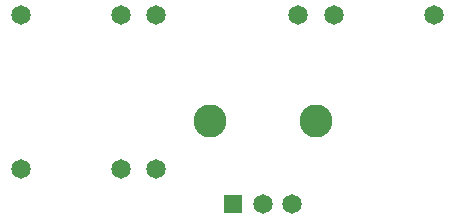
<source format=gbr>
G04 #@! TF.GenerationSoftware,KiCad,Pcbnew,(5.0.0)*
G04 #@! TF.CreationDate,2018-08-29T14:30:47+02:00*
G04 #@! TF.ProjectId,1u_lpg,31755F6C70672E6B696361645F706362,rev?*
G04 #@! TF.SameCoordinates,Original*
G04 #@! TF.FileFunction,Paste,Top*
G04 #@! TF.FilePolarity,Positive*
%FSLAX46Y46*%
G04 Gerber Fmt 4.6, Leading zero omitted, Abs format (unit mm)*
G04 Created by KiCad (PCBNEW (5.0.0)) date 08/29/18 14:30:47*
%MOMM*%
%LPD*%
G01*
G04 APERTURE LIST*
%ADD10C,1.648460*%
%ADD11R,1.648460X1.648460*%
%ADD12C,2.794000*%
G04 APERTURE END LIST*
D10*
G04 #@! TO.C,J_CV_1*
X1501280Y-17500000D03*
X9997580Y-17500000D03*
X12999860Y-17500000D03*
G04 #@! TD*
G04 #@! TO.C,J_IN_1*
X12999860Y-4500000D03*
X9997580Y-4500000D03*
X1501280Y-4500000D03*
G04 #@! TD*
G04 #@! TO.C,J_OUT_1*
X36498720Y-4500000D03*
X28002420Y-4500000D03*
X25000140Y-4500000D03*
G04 #@! TD*
D11*
G04 #@! TO.C,RV1*
X19500640Y-20497700D03*
D10*
X22000000Y-20497700D03*
X24499360Y-20497700D03*
D12*
X17501660Y-13500000D03*
X26498340Y-13500000D03*
G04 #@! TD*
M02*

</source>
